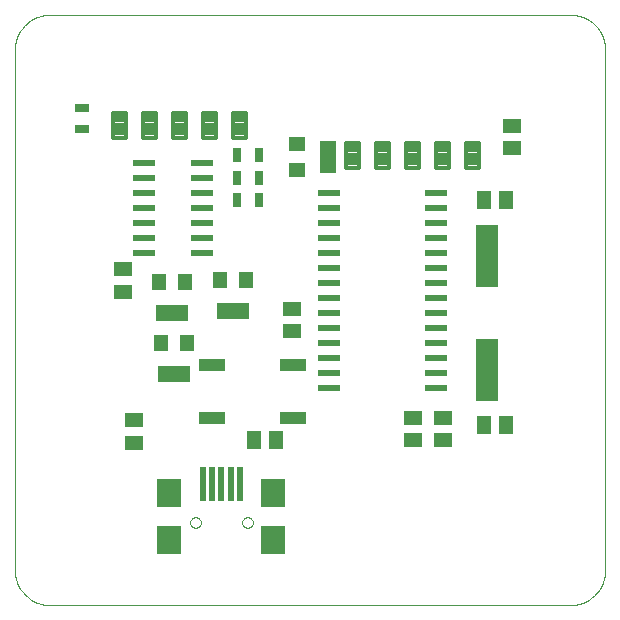
<source format=gbp>
G75*
G70*
%OFA0B0*%
%FSLAX24Y24*%
%IPPOS*%
%LPD*%
%AMOC8*
5,1,8,0,0,1.08239X$1,22.5*
%
%ADD10C,0.0001*%
%ADD11C,0.0000*%
%ADD12R,0.0780X0.0220*%
%ADD13R,0.0787X0.0945*%
%ADD14R,0.0197X0.1181*%
%ADD15R,0.0315X0.0472*%
%ADD16R,0.0472X0.0315*%
%ADD17R,0.0551X0.1102*%
%ADD18R,0.0551X0.0472*%
%ADD19R,0.1102X0.0551*%
%ADD20R,0.0472X0.0551*%
%ADD21R,0.0760X0.2100*%
%ADD22R,0.0512X0.0591*%
%ADD23R,0.0591X0.0512*%
%ADD24C,0.0148*%
%ADD25R,0.0866X0.0394*%
D10*
X000504Y001685D02*
X000504Y019008D01*
X000506Y019074D01*
X000511Y019140D01*
X000521Y019206D01*
X000534Y019271D01*
X000550Y019335D01*
X000570Y019398D01*
X000594Y019460D01*
X000621Y019520D01*
X000651Y019579D01*
X000685Y019636D01*
X000722Y019691D01*
X000762Y019744D01*
X000804Y019795D01*
X000850Y019843D01*
X000898Y019889D01*
X000949Y019931D01*
X001002Y019971D01*
X001057Y020008D01*
X001114Y020042D01*
X001173Y020072D01*
X001233Y020099D01*
X001295Y020123D01*
X001358Y020143D01*
X001422Y020159D01*
X001487Y020172D01*
X001553Y020182D01*
X001619Y020187D01*
X001685Y020189D01*
X019008Y020189D01*
X019074Y020187D01*
X019140Y020182D01*
X019206Y020172D01*
X019271Y020159D01*
X019335Y020143D01*
X019398Y020123D01*
X019460Y020099D01*
X019520Y020072D01*
X019579Y020042D01*
X019636Y020008D01*
X019691Y019971D01*
X019744Y019931D01*
X019795Y019889D01*
X019843Y019843D01*
X019889Y019795D01*
X019931Y019744D01*
X019971Y019691D01*
X020008Y019636D01*
X020042Y019579D01*
X020072Y019520D01*
X020099Y019460D01*
X020123Y019398D01*
X020143Y019335D01*
X020159Y019271D01*
X020172Y019206D01*
X020182Y019140D01*
X020187Y019074D01*
X020189Y019008D01*
X020189Y001685D01*
X020187Y001619D01*
X020182Y001553D01*
X020172Y001487D01*
X020159Y001422D01*
X020143Y001358D01*
X020123Y001295D01*
X020099Y001233D01*
X020072Y001173D01*
X020042Y001114D01*
X020008Y001057D01*
X019971Y001002D01*
X019931Y000949D01*
X019889Y000898D01*
X019843Y000850D01*
X019795Y000804D01*
X019744Y000762D01*
X019691Y000722D01*
X019636Y000685D01*
X019579Y000651D01*
X019520Y000621D01*
X019460Y000594D01*
X019398Y000570D01*
X019335Y000550D01*
X019271Y000534D01*
X019206Y000521D01*
X019140Y000511D01*
X019074Y000506D01*
X019008Y000504D01*
X001685Y000504D01*
X001619Y000506D01*
X001553Y000511D01*
X001487Y000521D01*
X001422Y000534D01*
X001358Y000550D01*
X001295Y000570D01*
X001233Y000594D01*
X001173Y000621D01*
X001114Y000651D01*
X001057Y000685D01*
X001002Y000722D01*
X000949Y000762D01*
X000898Y000804D01*
X000850Y000850D01*
X000804Y000898D01*
X000762Y000949D01*
X000722Y001002D01*
X000685Y001057D01*
X000651Y001114D01*
X000621Y001173D01*
X000594Y001233D01*
X000570Y001295D01*
X000550Y001358D01*
X000534Y001422D01*
X000521Y001487D01*
X000511Y001553D01*
X000506Y001619D01*
X000504Y001685D01*
D11*
X006351Y003260D02*
X006353Y003286D01*
X006359Y003312D01*
X006369Y003337D01*
X006382Y003360D01*
X006398Y003380D01*
X006418Y003398D01*
X006440Y003413D01*
X006463Y003425D01*
X006489Y003433D01*
X006515Y003437D01*
X006541Y003437D01*
X006567Y003433D01*
X006593Y003425D01*
X006617Y003413D01*
X006638Y003398D01*
X006658Y003380D01*
X006674Y003360D01*
X006687Y003337D01*
X006697Y003312D01*
X006703Y003286D01*
X006705Y003260D01*
X006703Y003234D01*
X006697Y003208D01*
X006687Y003183D01*
X006674Y003160D01*
X006658Y003140D01*
X006638Y003122D01*
X006616Y003107D01*
X006593Y003095D01*
X006567Y003087D01*
X006541Y003083D01*
X006515Y003083D01*
X006489Y003087D01*
X006463Y003095D01*
X006439Y003107D01*
X006418Y003122D01*
X006398Y003140D01*
X006382Y003160D01*
X006369Y003183D01*
X006359Y003208D01*
X006353Y003234D01*
X006351Y003260D01*
X008083Y003260D02*
X008085Y003286D01*
X008091Y003312D01*
X008101Y003337D01*
X008114Y003360D01*
X008130Y003380D01*
X008150Y003398D01*
X008172Y003413D01*
X008195Y003425D01*
X008221Y003433D01*
X008247Y003437D01*
X008273Y003437D01*
X008299Y003433D01*
X008325Y003425D01*
X008349Y003413D01*
X008370Y003398D01*
X008390Y003380D01*
X008406Y003360D01*
X008419Y003337D01*
X008429Y003312D01*
X008435Y003286D01*
X008437Y003260D01*
X008435Y003234D01*
X008429Y003208D01*
X008419Y003183D01*
X008406Y003160D01*
X008390Y003140D01*
X008370Y003122D01*
X008348Y003107D01*
X008325Y003095D01*
X008299Y003087D01*
X008273Y003083D01*
X008247Y003083D01*
X008221Y003087D01*
X008195Y003095D01*
X008171Y003107D01*
X008150Y003122D01*
X008130Y003140D01*
X008114Y003160D01*
X008101Y003183D01*
X008091Y003208D01*
X008085Y003234D01*
X008083Y003260D01*
X011753Y015504D02*
X011753Y015505D01*
X011754Y015505D01*
X011755Y015505D01*
X011755Y015504D01*
X011755Y015503D01*
X011754Y015503D01*
X011753Y015503D01*
X011753Y015504D01*
X012753Y015504D02*
X012753Y015505D01*
X012754Y015505D01*
X012755Y015505D01*
X012755Y015504D01*
X012755Y015503D01*
X012754Y015503D01*
X012753Y015503D01*
X012753Y015504D01*
X013753Y015504D02*
X013753Y015505D01*
X013754Y015505D01*
X013755Y015505D01*
X013755Y015504D01*
X013755Y015503D01*
X013754Y015503D01*
X013753Y015503D01*
X013753Y015504D01*
X014753Y015504D02*
X014753Y015505D01*
X014754Y015505D01*
X014755Y015505D01*
X014755Y015504D01*
X014755Y015503D01*
X014754Y015503D01*
X014753Y015503D01*
X014753Y015504D01*
X015753Y015504D02*
X015753Y015505D01*
X015754Y015505D01*
X015755Y015505D01*
X015755Y015504D01*
X015755Y015503D01*
X015754Y015503D01*
X015753Y015503D01*
X015753Y015504D01*
X008003Y016504D02*
X008003Y016505D01*
X008004Y016505D01*
X008005Y016505D01*
X008005Y016504D01*
X008005Y016503D01*
X008004Y016503D01*
X008003Y016503D01*
X008003Y016504D01*
X007003Y016504D02*
X007003Y016505D01*
X007004Y016505D01*
X007005Y016505D01*
X007005Y016504D01*
X007005Y016503D01*
X007004Y016503D01*
X007003Y016503D01*
X007003Y016504D01*
X006003Y016504D02*
X006003Y016505D01*
X006004Y016505D01*
X006005Y016505D01*
X006005Y016504D01*
X006005Y016503D01*
X006004Y016503D01*
X006003Y016503D01*
X006003Y016504D01*
X005003Y016504D02*
X005003Y016505D01*
X005004Y016505D01*
X005005Y016505D01*
X005005Y016504D01*
X005005Y016503D01*
X005004Y016503D01*
X005003Y016503D01*
X005003Y016504D01*
X004003Y016504D02*
X004003Y016505D01*
X004004Y016505D01*
X004005Y016505D01*
X004005Y016504D01*
X004005Y016503D01*
X004004Y016503D01*
X004003Y016503D01*
X004003Y016504D01*
D12*
X004804Y015254D03*
X004804Y014754D03*
X004804Y014254D03*
X004804Y013754D03*
X004804Y013254D03*
X004804Y012754D03*
X004804Y012254D03*
X006744Y012254D03*
X006744Y012754D03*
X006744Y013254D03*
X006744Y013754D03*
X006744Y014254D03*
X006744Y014754D03*
X006744Y015254D03*
X010994Y014256D03*
X010994Y013756D03*
X010994Y013256D03*
X010994Y012756D03*
X010994Y012256D03*
X010994Y011756D03*
X010994Y011256D03*
X010994Y010756D03*
X010994Y010256D03*
X010994Y009756D03*
X010994Y009256D03*
X010994Y008756D03*
X010994Y008256D03*
X010994Y007756D03*
X014554Y007756D03*
X014554Y008256D03*
X014554Y008756D03*
X014554Y009256D03*
X014554Y009756D03*
X014554Y010256D03*
X014554Y010756D03*
X014554Y011256D03*
X014554Y011756D03*
X014554Y012256D03*
X014554Y012756D03*
X014554Y013256D03*
X014554Y013756D03*
X014554Y014256D03*
D13*
X009126Y004244D03*
X009126Y002669D03*
X005661Y002669D03*
X005661Y004244D03*
D14*
X006764Y004545D03*
X007079Y004545D03*
X007394Y004545D03*
X007709Y004545D03*
X008024Y004545D03*
D15*
X007920Y014004D03*
X008628Y014004D03*
X008628Y014754D03*
X007920Y014754D03*
X007920Y015504D03*
X008628Y015504D03*
D16*
X002754Y016380D03*
X002754Y017088D03*
D17*
X010936Y015444D03*
D18*
X009912Y015877D03*
X009912Y015011D03*
D19*
X007784Y010312D03*
X005754Y010242D03*
X005824Y008212D03*
D20*
X006257Y009236D03*
X005391Y009236D03*
X005321Y011266D03*
X006187Y011266D03*
X007351Y011336D03*
X008217Y011336D03*
D21*
X016254Y012154D03*
X016254Y008354D03*
D22*
X016130Y006504D03*
X016878Y006504D03*
X016878Y014004D03*
X016130Y014004D03*
X009218Y006004D03*
X008470Y006004D03*
D23*
X009754Y009630D03*
X009754Y010378D03*
X013794Y006748D03*
X013794Y006000D03*
X014764Y006000D03*
X014764Y006748D03*
X017064Y015740D03*
X017064Y016488D03*
X004484Y006668D03*
X004484Y005920D03*
X004114Y010950D03*
X004114Y011698D03*
D24*
X004225Y016922D02*
X003783Y016922D01*
X004225Y016922D02*
X004225Y016086D01*
X003783Y016086D01*
X003783Y016922D01*
X003783Y016233D02*
X004225Y016233D01*
X004225Y016380D02*
X003783Y016380D01*
X003783Y016527D02*
X004225Y016527D01*
X004225Y016674D02*
X003783Y016674D01*
X003783Y016821D02*
X004225Y016821D01*
X004783Y016922D02*
X005225Y016922D01*
X005225Y016086D01*
X004783Y016086D01*
X004783Y016922D01*
X004783Y016233D02*
X005225Y016233D01*
X005225Y016380D02*
X004783Y016380D01*
X004783Y016527D02*
X005225Y016527D01*
X005225Y016674D02*
X004783Y016674D01*
X004783Y016821D02*
X005225Y016821D01*
X005783Y016922D02*
X006225Y016922D01*
X006225Y016086D01*
X005783Y016086D01*
X005783Y016922D01*
X005783Y016233D02*
X006225Y016233D01*
X006225Y016380D02*
X005783Y016380D01*
X005783Y016527D02*
X006225Y016527D01*
X006225Y016674D02*
X005783Y016674D01*
X005783Y016821D02*
X006225Y016821D01*
X006783Y016922D02*
X007225Y016922D01*
X007225Y016086D01*
X006783Y016086D01*
X006783Y016922D01*
X006783Y016233D02*
X007225Y016233D01*
X007225Y016380D02*
X006783Y016380D01*
X006783Y016527D02*
X007225Y016527D01*
X007225Y016674D02*
X006783Y016674D01*
X006783Y016821D02*
X007225Y016821D01*
X007783Y016922D02*
X008225Y016922D01*
X008225Y016086D01*
X007783Y016086D01*
X007783Y016922D01*
X007783Y016233D02*
X008225Y016233D01*
X008225Y016380D02*
X007783Y016380D01*
X007783Y016527D02*
X008225Y016527D01*
X008225Y016674D02*
X007783Y016674D01*
X007783Y016821D02*
X008225Y016821D01*
X011533Y015086D02*
X011975Y015086D01*
X011533Y015086D02*
X011533Y015922D01*
X011975Y015922D01*
X011975Y015086D01*
X011975Y015233D02*
X011533Y015233D01*
X011533Y015380D02*
X011975Y015380D01*
X011975Y015527D02*
X011533Y015527D01*
X011533Y015674D02*
X011975Y015674D01*
X011975Y015821D02*
X011533Y015821D01*
X012533Y015086D02*
X012975Y015086D01*
X012533Y015086D02*
X012533Y015922D01*
X012975Y015922D01*
X012975Y015086D01*
X012975Y015233D02*
X012533Y015233D01*
X012533Y015380D02*
X012975Y015380D01*
X012975Y015527D02*
X012533Y015527D01*
X012533Y015674D02*
X012975Y015674D01*
X012975Y015821D02*
X012533Y015821D01*
X013533Y015086D02*
X013975Y015086D01*
X013533Y015086D02*
X013533Y015922D01*
X013975Y015922D01*
X013975Y015086D01*
X013975Y015233D02*
X013533Y015233D01*
X013533Y015380D02*
X013975Y015380D01*
X013975Y015527D02*
X013533Y015527D01*
X013533Y015674D02*
X013975Y015674D01*
X013975Y015821D02*
X013533Y015821D01*
X014533Y015086D02*
X014975Y015086D01*
X014533Y015086D02*
X014533Y015922D01*
X014975Y015922D01*
X014975Y015086D01*
X014975Y015233D02*
X014533Y015233D01*
X014533Y015380D02*
X014975Y015380D01*
X014975Y015527D02*
X014533Y015527D01*
X014533Y015674D02*
X014975Y015674D01*
X014975Y015821D02*
X014533Y015821D01*
X015533Y015086D02*
X015975Y015086D01*
X015533Y015086D02*
X015533Y015922D01*
X015975Y015922D01*
X015975Y015086D01*
X015975Y015233D02*
X015533Y015233D01*
X015533Y015380D02*
X015975Y015380D01*
X015975Y015527D02*
X015533Y015527D01*
X015533Y015674D02*
X015975Y015674D01*
X015975Y015821D02*
X015533Y015821D01*
D25*
X009763Y008510D03*
X009763Y006738D03*
X007085Y006738D03*
X007085Y008510D03*
M02*

</source>
